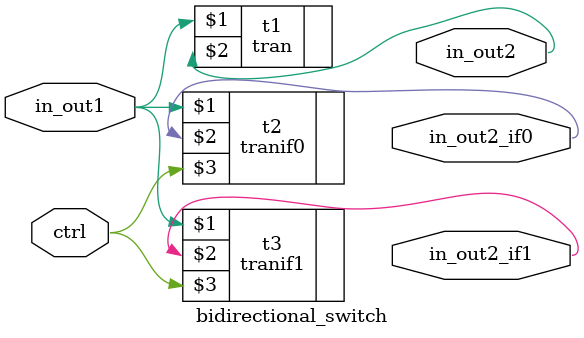
<source format=v>
module bidirectional_switch(
  input in_out1, ctrl, 
  output in_out2, in_out2_if0, in_out2_if1);
  
  tran t1(in_out1, in_out2);
  tranif0 t2(in_out1, in_out2_if0, ctrl);
  tranif1 t3(in_out1, in_out2_if1, ctrl);
endmodule

</source>
